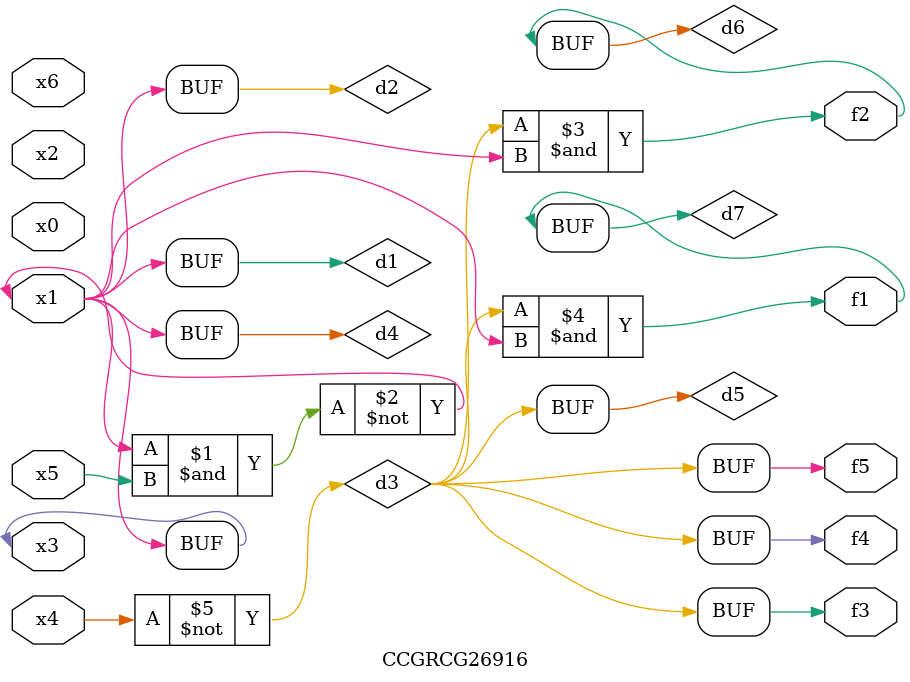
<source format=v>
module CCGRCG26916(
	input x0, x1, x2, x3, x4, x5, x6,
	output f1, f2, f3, f4, f5
);

	wire d1, d2, d3, d4, d5, d6, d7;

	buf (d1, x1, x3);
	nand (d2, x1, x5);
	not (d3, x4);
	buf (d4, d1, d2);
	buf (d5, d3);
	and (d6, d3, d4);
	and (d7, d3, d4);
	assign f1 = d7;
	assign f2 = d6;
	assign f3 = d5;
	assign f4 = d5;
	assign f5 = d5;
endmodule

</source>
